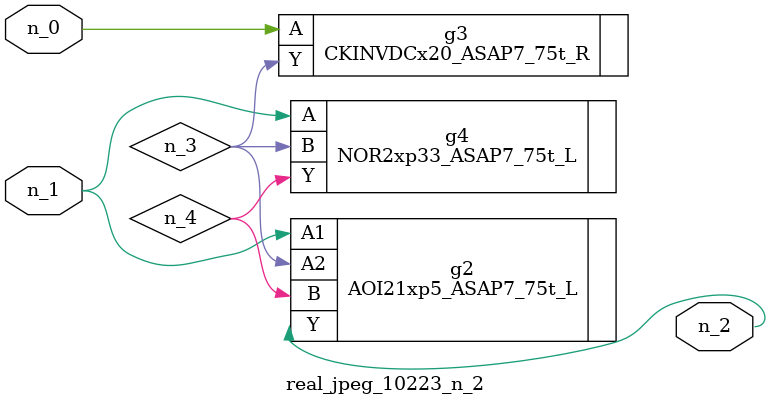
<source format=v>
module real_jpeg_10223_n_2 (n_1, n_0, n_2);

input n_1;
input n_0;

output n_2;

wire n_4;
wire n_3;

CKINVDCx20_ASAP7_75t_R g3 ( 
.A(n_0),
.Y(n_3)
);

AOI21xp5_ASAP7_75t_L g2 ( 
.A1(n_1),
.A2(n_3),
.B(n_4),
.Y(n_2)
);

NOR2xp33_ASAP7_75t_L g4 ( 
.A(n_1),
.B(n_3),
.Y(n_4)
);


endmodule
</source>
